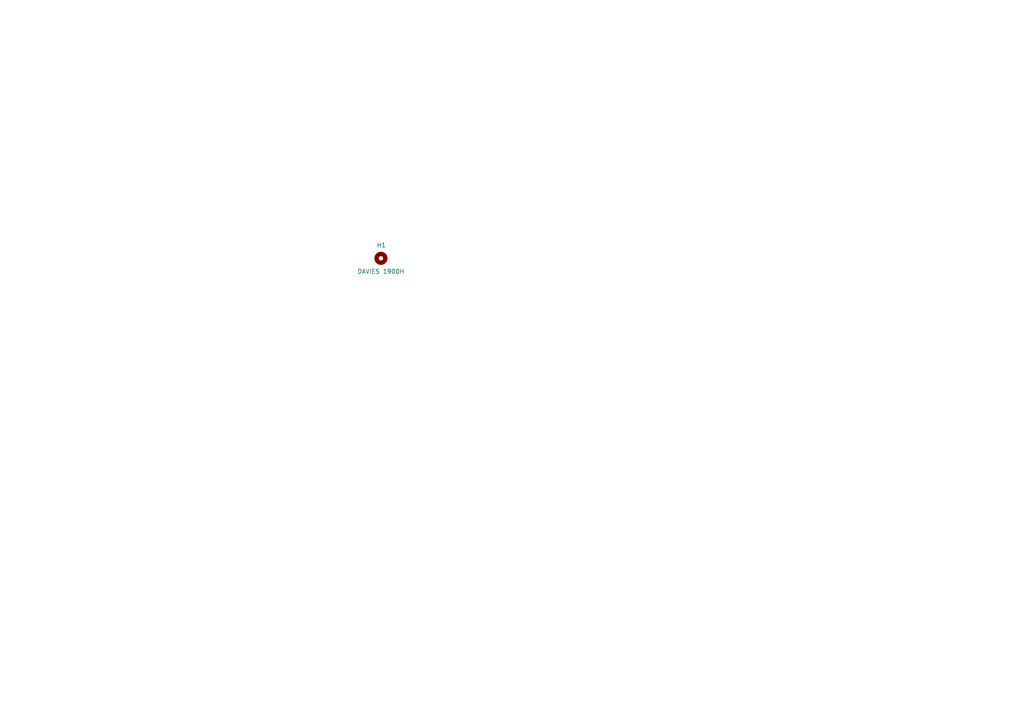
<source format=kicad_sch>
(kicad_sch (version 20211123) (generator eeschema)
  (paper "A4")
  (lib_symbols
    (symbol "Mechanical:MountingHole" (pin_names (offset 1.016))
      (property "Reference" "H" (at 0 5.08 0))
      (property "Value" "MountingHole" (at 0 3.175 0))
      (symbol "MountingHole_0_1"
        (circle (center 0 0) (radius 1.27) (stroke (width 1.27)))
      )
    )
  )
  (symbol (lib_id "Mechanical:MountingHole") (at 110.49 74.93 90) (mirror x) (unit 1)
    (property "Reference" "H1" (at 109.22 71.12 90) (effects (justify right)))
    (property "Value" "DAVIES 1900H" (at 110.49 78.74 90))
    (property "Footprint" "Empty:Empty" (effects hide))
    (property "Device" "Knob" (effects hide))
    (property "Description" "Black (D-Shaft) - 1900h Plastic Knob" (effects hide))
    (property "Place" "No" (effects hide))
    (property "Dist" "Thonk" (effects hide))
    (property "DistLink" "https://www.thonk.co.uk/shop/1900h-d/" (effects hide))
  )
)
</source>
